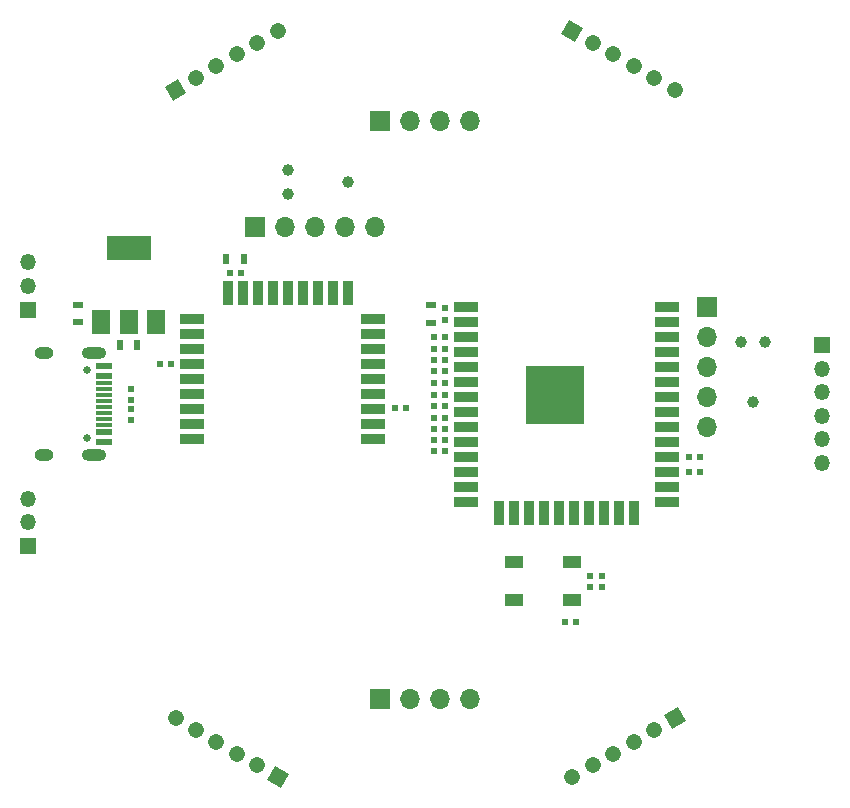
<source format=gts>
G04 #@! TF.GenerationSoftware,KiCad,Pcbnew,5.1.5+dfsg1-2build2*
G04 #@! TF.CreationDate,2021-12-29T19:23:25+01:00*
G04 #@! TF.ProjectId,hex_base,6865785f-6261-4736-952e-6b696361645f,rev?*
G04 #@! TF.SameCoordinates,Original*
G04 #@! TF.FileFunction,Soldermask,Top*
G04 #@! TF.FilePolarity,Negative*
%FSLAX46Y46*%
G04 Gerber Fmt 4.6, Leading zero omitted, Abs format (unit mm)*
G04 Created by KiCad (PCBNEW 5.1.5+dfsg1-2build2) date 2021-12-29 19:23:25*
%MOMM*%
%LPD*%
G04 APERTURE LIST*
%ADD10R,0.500000X0.600000*%
%ADD11O,1.700000X1.700000*%
%ADD12R,1.700000X1.700000*%
%ADD13C,1.350000*%
%ADD14C,0.100000*%
%ADD15O,1.350000X1.350000*%
%ADD16R,1.350000X1.350000*%
%ADD17R,0.900000X0.600000*%
%ADD18R,0.600000X0.500000*%
%ADD19R,1.500000X2.000000*%
%ADD20R,3.800000X2.000000*%
%ADD21R,2.000000X0.900000*%
%ADD22R,0.900000X2.000000*%
%ADD23R,5.000000X5.000000*%
%ADD24C,0.985520*%
%ADD25C,0.988060*%
%ADD26R,1.450000X0.600000*%
%ADD27O,2.100000X1.000000*%
%ADD28O,1.600000X1.000000*%
%ADD29C,0.650000*%
%ADD30R,1.450000X0.300000*%
%ADD31R,1.500000X1.000000*%
%ADD32R,0.600000X0.900000*%
G04 APERTURE END LIST*
D10*
X100730000Y-101150000D03*
X101670000Y-101150000D03*
X100730000Y-102100000D03*
X101670000Y-102100000D03*
D11*
X103810000Y-125000000D03*
X101270000Y-125000000D03*
X98730000Y-125000000D03*
D12*
X96190000Y-125000000D03*
D11*
X103810000Y-76000000D03*
X101270000Y-76000000D03*
X98730000Y-76000000D03*
D12*
X96190000Y-76000000D03*
D13*
X78869873Y-126600000D02*
X78869873Y-126600000D01*
X80601924Y-127600000D02*
X80601924Y-127600000D01*
X82333975Y-128600000D02*
X82333975Y-128600000D01*
X84066025Y-129600000D02*
X84066025Y-129600000D01*
X85798076Y-130600000D02*
X85798076Y-130600000D01*
D14*
G36*
X87283060Y-130677933D02*
G01*
X88452194Y-131352933D01*
X87777194Y-132522067D01*
X86608060Y-131847067D01*
X87283060Y-130677933D01*
G37*
D13*
X112469873Y-131600000D02*
X112469873Y-131600000D01*
X114201924Y-130600000D02*
X114201924Y-130600000D01*
X115933975Y-129600000D02*
X115933975Y-129600000D01*
X117666025Y-128600000D02*
X117666025Y-128600000D01*
X119398076Y-127600000D02*
X119398076Y-127600000D01*
D14*
G36*
X120208060Y-126352933D02*
G01*
X121377194Y-125677933D01*
X122052194Y-126847067D01*
X120883060Y-127522067D01*
X120208060Y-126352933D01*
G37*
D15*
X133600000Y-105000000D03*
X133600000Y-103000000D03*
X133600000Y-101000000D03*
X133600000Y-99000000D03*
X133600000Y-97000000D03*
D16*
X133600000Y-95000000D03*
D13*
X121130127Y-73400000D02*
X121130127Y-73400000D01*
X119398076Y-72400000D02*
X119398076Y-72400000D01*
X117666025Y-71400000D02*
X117666025Y-71400000D01*
X115933975Y-70400000D02*
X115933975Y-70400000D01*
X114201924Y-69400000D02*
X114201924Y-69400000D01*
D14*
G36*
X112716940Y-69322067D02*
G01*
X111547806Y-68647067D01*
X112222806Y-67477933D01*
X113391940Y-68152933D01*
X112716940Y-69322067D01*
G37*
D13*
X87530127Y-68400000D02*
X87530127Y-68400000D01*
X85798076Y-69400000D02*
X85798076Y-69400000D01*
X84066025Y-70400000D02*
X84066025Y-70400000D01*
X82333975Y-71400000D02*
X82333975Y-71400000D01*
X80601924Y-72400000D02*
X80601924Y-72400000D01*
D14*
G36*
X79791940Y-73647067D02*
G01*
X78622806Y-74322067D01*
X77947806Y-73152933D01*
X79116940Y-72477933D01*
X79791940Y-73647067D01*
G37*
D15*
X66400000Y-88000000D03*
X66400000Y-90000000D03*
D16*
X66400000Y-92000000D03*
D15*
X66400000Y-108000000D03*
X66400000Y-110000000D03*
D16*
X66400000Y-112000000D03*
D10*
X83455000Y-88875000D03*
X84395000Y-88875000D03*
D17*
X100500000Y-91650000D03*
X100500000Y-93150000D03*
D18*
X101675000Y-91905000D03*
X101675000Y-92845000D03*
D19*
X72600000Y-93075000D03*
X77200000Y-93075000D03*
X74900000Y-93075000D03*
D20*
X74900000Y-86775000D03*
D21*
X80262000Y-102921000D03*
X80262000Y-101651000D03*
X80262000Y-100381000D03*
X80269000Y-99132500D03*
X80269000Y-97862500D03*
X80269000Y-96592500D03*
X80269000Y-95322500D03*
X80269000Y-94052500D03*
X80269000Y-92782500D03*
D22*
X83301000Y-90602000D03*
X84571000Y-90602000D03*
X85841000Y-90602000D03*
X87111000Y-90602000D03*
X88369500Y-90606500D03*
X89639500Y-90606500D03*
X90909500Y-90606500D03*
X92179500Y-90606500D03*
X93449500Y-90606500D03*
D21*
X95627000Y-92761000D03*
X95627000Y-94031000D03*
X95627000Y-95301000D03*
X95627000Y-96571000D03*
X95627000Y-97841000D03*
X95627000Y-99111000D03*
X95627000Y-100381000D03*
X95627000Y-101651000D03*
X95627000Y-102921000D03*
X120500000Y-91745000D03*
X120500000Y-93015000D03*
X120500000Y-94285000D03*
X120500000Y-95555000D03*
X120500000Y-96825000D03*
X120500000Y-98095000D03*
X120500000Y-99365000D03*
X120500000Y-100635000D03*
X120500000Y-101905000D03*
X120500000Y-103175000D03*
X120500000Y-104445000D03*
X120500000Y-105715000D03*
X120500000Y-106985000D03*
X120500000Y-108255000D03*
D22*
X117715000Y-109255000D03*
X116445000Y-109255000D03*
X115175000Y-109255000D03*
X113905000Y-109255000D03*
X112635000Y-109255000D03*
X111365000Y-109255000D03*
X110095000Y-109255000D03*
X108825000Y-109255000D03*
X107555000Y-109255000D03*
X106285000Y-109255000D03*
D21*
X103500000Y-108255000D03*
X103500000Y-106985000D03*
X103500000Y-105715000D03*
X103500000Y-104445000D03*
X103500000Y-103175000D03*
X103500000Y-101905000D03*
X103500000Y-100635000D03*
X103500000Y-99365000D03*
X103500000Y-98095000D03*
X103500000Y-96825000D03*
X103500000Y-95555000D03*
X103500000Y-94285000D03*
X103500000Y-93015000D03*
X103500000Y-91745000D03*
D23*
X111000000Y-99245000D03*
D18*
X75100000Y-100430000D03*
X75100000Y-101370000D03*
X75100000Y-99670000D03*
X75100000Y-98730000D03*
D10*
X100730000Y-100200000D03*
X101670000Y-100200000D03*
X100730000Y-97200000D03*
X101670000Y-97200000D03*
X100730000Y-103950000D03*
X101670000Y-103950000D03*
X112820000Y-118450000D03*
X111880000Y-118450000D03*
D18*
X115000000Y-115470000D03*
X115000000Y-114530000D03*
D10*
X123295000Y-104450000D03*
X122355000Y-104450000D03*
X123270000Y-105750000D03*
X122330000Y-105750000D03*
X78495000Y-96600000D03*
X77555000Y-96600000D03*
X101720000Y-94300000D03*
X100780000Y-94300000D03*
X97430000Y-100375000D03*
X98370000Y-100375000D03*
X101670000Y-95300000D03*
X100730000Y-95300000D03*
D24*
X88410000Y-82216000D03*
X88410000Y-80184000D03*
D25*
X93490000Y-81200000D03*
D24*
X126734000Y-94785000D03*
X128766000Y-94785000D03*
D25*
X127750000Y-99865000D03*
D26*
X72850000Y-97600000D03*
X72850000Y-102400000D03*
X72850000Y-103200000D03*
X72850000Y-96800000D03*
D27*
X71935000Y-95680000D03*
X71935000Y-104320000D03*
D28*
X67755000Y-95680000D03*
X67755000Y-104320000D03*
D29*
X71405000Y-102890000D03*
X71405000Y-97110000D03*
D26*
X72850000Y-103200000D03*
X72850000Y-102400000D03*
D30*
X72850000Y-101750000D03*
X72850000Y-101250000D03*
X72850000Y-100750000D03*
X72850000Y-100250000D03*
X72850000Y-99750000D03*
X72850000Y-99250000D03*
X72850000Y-98750000D03*
X72850000Y-98250000D03*
D26*
X72850000Y-97600000D03*
X72850000Y-96800000D03*
D11*
X95735000Y-85000000D03*
X93195000Y-85000000D03*
X90655000Y-85000000D03*
X88115000Y-85000000D03*
D12*
X85575000Y-85000000D03*
D11*
X123900000Y-101960000D03*
X123900000Y-99420000D03*
X123900000Y-96880000D03*
X123900000Y-94340000D03*
D12*
X123900000Y-91800000D03*
D31*
X112450000Y-116600000D03*
X112450000Y-113400000D03*
X107550000Y-116600000D03*
X107550000Y-113400000D03*
D17*
X70600000Y-93075000D03*
X70600000Y-91575000D03*
D32*
X74150000Y-95025000D03*
X75650000Y-95025000D03*
D18*
X114000000Y-115470000D03*
X114000000Y-114530000D03*
D10*
X100730000Y-103050000D03*
X101670000Y-103050000D03*
D32*
X83175000Y-87700000D03*
X84675000Y-87700000D03*
D10*
X100730000Y-98200000D03*
X101670000Y-98200000D03*
X100730000Y-99200000D03*
X101670000Y-99200000D03*
X100730000Y-96300000D03*
X101670000Y-96300000D03*
M02*

</source>
